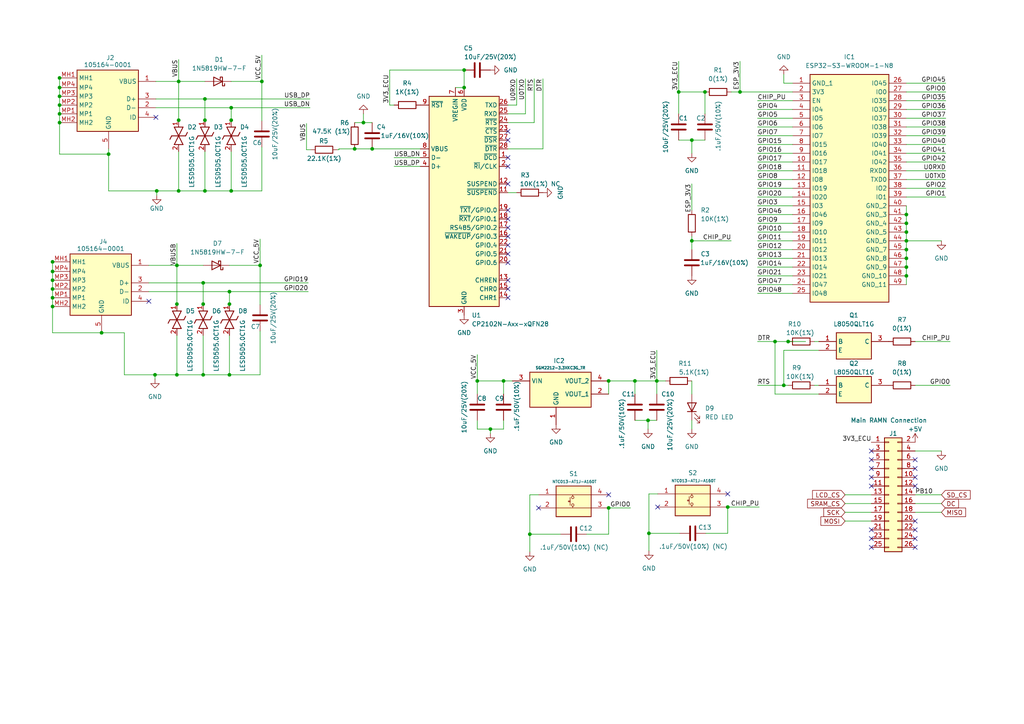
<source format=kicad_sch>
(kicad_sch (version 20230121) (generator eeschema)
  (paper "A4")
  (lib_symbols
    (symbol "Connector_Generic:Conn_02x13_Odd_Even" (pin_names (offset 1.016) hide)
      (property "Reference" "J" (at 1.27 17.78 0))
      (property "Value" "Conn_02x13_Odd_Even" (at 1.27 -17.78 0))
      (symbol "Conn_02x13_Odd_Even_1_1"
        (pin passive line (at -5.08 15.24 0) (length 3.81) (name "Pin_1") (number "1"))
        (pin passive line (at 7.62 5.08 180) (length 3.81) (name "Pin_10") (number "10"))
        (pin passive line (at -5.08 2.54 0) (length 3.81) (name "Pin_11") (number "11"))
        (pin passive line (at 7.62 2.54 180) (length 3.81) (name "Pin_12") (number "12"))
        (pin passive line (at -5.08 0 0) (length 3.81) (name "Pin_13") (number "13"))
        (pin passive line (at 7.62 0 180) (length 3.81) (name "Pin_14") (number "14"))
        (pin passive line (at -5.08 -2.54 0) (length 3.81) (name "Pin_15") (number "15"))
        (pin passive line (at 7.62 -2.54 180) (length 3.81) (name "Pin_16") (number "16"))
        (pin passive line (at -5.08 -5.08 0) (length 3.81) (name "Pin_17") (number "17"))
        (pin passive line (at 7.62 -5.08 180) (length 3.81) (name "Pin_18") (number "18"))
        (pin passive line (at -5.08 -7.62 0) (length 3.81) (name "Pin_19") (number "19"))
        (pin passive line (at 7.62 15.24 180) (length 3.81) (name "Pin_2") (number "2"))
        (pin passive line (at 7.62 -7.62 180) (length 3.81) (name "Pin_20") (number "20"))
        (pin passive line (at -5.08 -10.16 0) (length 3.81) (name "Pin_21") (number "21"))
        (pin passive line (at 7.62 -10.16 180) (length 3.81) (name "Pin_22") (number "22"))
        (pin passive line (at -5.08 -12.7 0) (length 3.81) (name "Pin_23") (number "23"))
        (pin passive line (at 7.62 -12.7 180) (length 3.81) (name "Pin_24") (number "24"))
        (pin passive line (at -5.08 -15.24 0) (length 3.81) (name "Pin_25") (number "25"))
        (pin passive line (at 7.62 -15.24 180) (length 3.81) (name "Pin_26") (number "26"))
        (pin passive line (at -5.08 12.7 0) (length 3.81) (name "Pin_3") (number "3"))
        (pin passive line (at 7.62 12.7 180) (length 3.81) (name "Pin_4") (number "4"))
        (pin passive line (at -5.08 10.16 0) (length 3.81) (name "Pin_5") (number "5"))
        (pin passive line (at 7.62 10.16 180) (length 3.81) (name "Pin_6") (number "6"))
        (pin passive line (at -5.08 7.62 0) (length 3.81) (name "Pin_7") (number "7"))
        (pin passive line (at 7.62 7.62 180) (length 3.81) (name "Pin_8") (number "8"))
        (pin passive line (at -5.08 5.08 0) (length 3.81) (name "Pin_9") (number "9"))
      )
    )
    (symbol "Device:C" (pin_numbers hide) (pin_names (offset 0.254))
      (property "Reference" "C" (at 0.635 2.54 0))
      (property "Value" "C" (at 0.635 -2.54 0))
      (symbol "C_1_1"
        (pin passive line (at 0 3.81 270) (length 2.794) (name "~") (number "1"))
        (pin passive line (at 0 -3.81 90) (length 2.794) (name "~") (number "2"))
      )
    )
    (symbol "Device:LED" (pin_numbers hide) (pin_names (offset 1.016) hide)
      (property "Reference" "D" (at 0 2.54 0))
      (property "Value" "LED" (at 0 -2.54 0))
      (symbol "LED_1_1"
        (pin passive line (at -3.81 0 0) (length 2.54) (name "K") (number "1"))
        (pin passive line (at 3.81 0 180) (length 2.54) (name "A") (number "2"))
      )
    )
    (symbol "Device:R" (pin_numbers hide) (pin_names (offset 0))
      (property "Reference" "R" (at 2.032 0 90))
      (property "Value" "R" (at 0 0 90))
      (symbol "R_1_1"
        (pin passive line (at 0 3.81 270) (length 1.27) (name "~") (number "1"))
        (pin passive line (at 0 -3.81 90) (length 1.27) (name "~") (number "2"))
      )
    )
    (symbol "Diode:1N5819" (pin_numbers hide) (pin_names (offset 1.016) hide)
      (property "Reference" "D" (at 0 2.54 0))
      (property "Value" "1N5819" (at 0 -2.54 0))
      (symbol "1N5819_1_1"
        (pin passive line (at -3.81 0 0) (length 2.54) (name "K") (number "1"))
        (pin passive line (at 3.81 0 180) (length 2.54) (name "A") (number "2"))
      )
    )
    (symbol "Interface_USB:CP2102N-Axx-xQFN28"
      (property "Reference" "U" (at -8.89 31.75 0))
      (property "Value" "CP2102N-Axx-xQFN28" (at 12.7 31.75 0))
      (symbol "CP2102N-Axx-xQFN28_1_1"
        (pin input line (at 12.7 12.7 180) (length 2.54) (name "~{DCD}") (number "1"))
        (pin no_connect line (at -10.16 -27.94 0) (length 2.54) hide (name "NC") (number "10"))
        (pin output line (at 12.7 2.54 180) (length 2.54) (name "~{SUSPEND}") (number "11"))
        (pin output line (at 12.7 5.08 180) (length 2.54) (name "SUSPEND") (number "12"))
        (pin output line (at 12.7 -22.86 180) (length 2.54) (name "CHREN") (number "13"))
        (pin output line (at 12.7 -27.94 180) (length 2.54) (name "CHR1") (number "14"))
        (pin output line (at 12.7 -25.4 180) (length 2.54) (name "CHR0") (number "15"))
        (pin bidirectional line (at 12.7 -10.16 180) (length 2.54) (name "~{WAKEUP}/GPIO.3") (number "16"))
        (pin bidirectional line (at 12.7 -7.62 180) (length 2.54) (name "RS485/GPIO.2") (number "17"))
        (pin bidirectional line (at 12.7 -5.08 180) (length 2.54) (name "~{RXT}/GPIO.1") (number "18"))
        (pin bidirectional line (at 12.7 -2.54 180) (length 2.54) (name "~{TXT}/GPIO.0") (number "19"))
        (pin bidirectional line (at 12.7 10.16 180) (length 2.54) (name "~{RI}/CLK") (number "2"))
        (pin bidirectional line (at 12.7 -17.78 180) (length 2.54) (name "GPIO.6") (number "20"))
        (pin bidirectional line (at 12.7 -15.24 180) (length 2.54) (name "GPIO.5") (number "21"))
        (pin bidirectional line (at 12.7 -12.7 180) (length 2.54) (name "GPIO.4") (number "22"))
        (pin input line (at 12.7 20.32 180) (length 2.54) (name "~{CTS}") (number "23"))
        (pin output line (at 12.7 22.86 180) (length 2.54) (name "~{RTS}") (number "24"))
        (pin input line (at 12.7 25.4 180) (length 2.54) (name "RXD") (number "25"))
        (pin output line (at 12.7 27.94 180) (length 2.54) (name "TXD") (number "26"))
        (pin input line (at 12.7 17.78 180) (length 2.54) (name "~{DSR}") (number "27"))
        (pin output line (at 12.7 15.24 180) (length 2.54) (name "~{DTR}") (number "28"))
        (pin passive line (at 0 -33.02 90) (length 2.54) hide (name "GND") (number "29"))
        (pin power_in line (at 0 -33.02 90) (length 2.54) (name "GND") (number "3"))
        (pin bidirectional line (at -12.7 10.16 0) (length 2.54) (name "D+") (number "4"))
        (pin bidirectional line (at -12.7 12.7 0) (length 2.54) (name "D-") (number "5"))
        (pin power_in line (at 0 33.02 270) (length 2.54) (name "VDD") (number "6"))
        (pin power_in line (at -2.54 33.02 270) (length 2.54) (name "VREGIN") (number "7"))
        (pin input line (at -12.7 15.24 0) (length 2.54) (name "VBUS") (number "8"))
        (pin input line (at -12.7 27.94 0) (length 2.54) (name "~{RST}") (number "9"))
      )
    )
    (symbol "LESD5D5.0CT1G_1" (pin_names hide)
      (property "Reference" "D2" (at 2 2.54 90))
      (property "Value" "LESD5D5.0CT1G" (at 4.54 3.81 0))
      (symbol "LESD5D5.0CT1G_1_1_1"
        (pin passive line (at 0 0 0) (length 2) (name "1") (number "1"))
        (pin passive line (at 9.08 0 180) (length 2) (name "2") (number "2"))
      )
    )
    (symbol "SamacSys_Parts:105164-0001"
      (property "Reference" "J4" (at 13.208 -18.796 0))
      (property "Value" "105164-0001" (at 13.97 -16.764 0))
      (symbol "105164-0001_1_1"
        (pin passive line (at 0 -11.938 0) (length 5.08) (name "VBUS") (number "1"))
        (pin passive line (at 0 -4.318 0) (length 5.08) (name "D-") (number "2"))
        (pin passive line (at 0 -6.858 0) (length 5.08) (name "D+") (number "3"))
        (pin passive line (at 0 -1.524 0) (length 5.08) (name "ID") (number "4"))
        (pin passive line (at 13.716 7.62 270) (length 5.08) (name "GND") (number "5"))
        (pin passive line (at 27.94 -12.954 180) (length 5.08) (name "MH1") (number "MH1"))
        (pin passive line (at 27.94 0 180) (length 5.08) (name "MH2") (number "MH2"))
        (pin passive line (at 27.94 -2.54 180) (length 5.08) (name "MP1") (number "MP1"))
        (pin passive line (at 27.94 -5.08 180) (length 5.08) (name "MP2") (number "MP2"))
        (pin passive line (at 27.94 -7.62 180) (length 5.08) (name "MP3") (number "MP3"))
        (pin passive line (at 27.94 -10.16 180) (length 5.08) (name "MP4") (number "MP4"))
      )
    )
    (symbol "SamacSys_Parts:ESP32-S3-WROOM-1-N8"
      (property "Reference" "IC" (at 29.21 7.62 0))
      (property "Value" "ESP32-S3-WROOM-1-N8" (at 29.21 5.08 0))
      (symbol "ESP32-S3-WROOM-1-N8_1_1"
        (pin passive line (at 0 0 0) (length 5.08) (name "GND_1") (number "1"))
        (pin passive line (at 0 -22.86 0) (length 5.08) (name "IO17") (number "10"))
        (pin passive line (at 0 -25.4 0) (length 5.08) (name "IO18") (number "11"))
        (pin passive line (at 0 -27.94 0) (length 5.08) (name "IO8") (number "12"))
        (pin passive line (at 0 -30.48 0) (length 5.08) (name "IO19") (number "13"))
        (pin passive line (at 0 -33.02 0) (length 5.08) (name "IO20") (number "14"))
        (pin passive line (at 0 -35.56 0) (length 5.08) (name "IO3") (number "15"))
        (pin passive line (at 0 -38.1 0) (length 5.08) (name "IO46") (number "16"))
        (pin passive line (at 0 -40.64 0) (length 5.08) (name "IO9") (number "17"))
        (pin passive line (at 0 -43.18 0) (length 5.08) (name "IO10") (number "18"))
        (pin passive line (at 0 -45.72 0) (length 5.08) (name "IO11") (number "19"))
        (pin passive line (at 0 -2.54 0) (length 5.08) (name "3V3") (number "2"))
        (pin passive line (at 0 -48.26 0) (length 5.08) (name "IO12") (number "20"))
        (pin passive line (at 0 -50.8 0) (length 5.08) (name "IO13") (number "21"))
        (pin passive line (at 0 -53.34 0) (length 5.08) (name "IO14") (number "22"))
        (pin passive line (at 0 -55.88 0) (length 5.08) (name "IO21") (number "23"))
        (pin passive line (at 0 -58.42 0) (length 5.08) (name "IO47") (number "24"))
        (pin passive line (at 0 -60.96 0) (length 5.08) (name "IO48") (number "25"))
        (pin passive line (at 33.02 0 180) (length 5.08) (name "IO45") (number "26"))
        (pin passive line (at 33.02 -2.54 180) (length 5.08) (name "IO0") (number "27"))
        (pin passive line (at 33.02 -5.08 180) (length 5.08) (name "IO35") (number "28"))
        (pin passive line (at 33.02 -7.62 180) (length 5.08) (name "IO36") (number "29"))
        (pin passive line (at 0 -5.08 0) (length 5.08) (name "EN") (number "3"))
        (pin passive line (at 33.02 -10.16 180) (length 5.08) (name "IO37") (number "30"))
        (pin passive line (at 33.02 -12.7 180) (length 5.08) (name "IO38") (number "31"))
        (pin passive line (at 33.02 -15.24 180) (length 5.08) (name "IO39") (number "32"))
        (pin passive line (at 33.02 -17.78 180) (length 5.08) (name "IO40") (number "33"))
        (pin passive line (at 33.02 -20.32 180) (length 5.08) (name "IO41") (number "34"))
        (pin passive line (at 33.02 -22.86 180) (length 5.08) (name "IO42") (number "35"))
        (pin passive line (at 33.02 -25.4 180) (length 5.08) (name "RXD0") (number "36"))
        (pin passive line (at 33.02 -27.94 180) (length 5.08) (name "TXD0") (number "37"))
        (pin passive line (at 33.02 -30.48 180) (length 5.08) (name "IO2") (number "38"))
        (pin passive line (at 33.02 -33.02 180) (length 5.08) (name "IO1") (number "39"))
        (pin passive line (at 0 -7.62 0) (length 5.08) (name "IO4") (number "4"))
        (pin passive line (at 33.02 -35.56 180) (length 5.08) (name "GND_2") (number "40"))
        (pin passive line (at 33.02 -38.1 180) (length 5.08) (name "GND_3") (number "41"))
        (pin passive line (at 33.02 -40.64 180) (length 5.08) (name "GND_4") (number "42"))
        (pin passive line (at 33.02 -43.18 180) (length 5.08) (name "GND_5") (number "43"))
        (pin passive line (at 33.02 -45.72 180) (length 5.08) (name "GND_6") (number "44"))
        (pin passive line (at 33.02 -48.26 180) (length 5.08) (name "GND_7") (number "45"))
        (pin passive line (at 33.02 -50.8 180) (length 5.08) (name "GND_8") (number "46"))
        (pin passive line (at 33.02 -53.34 180) (length 5.08) (name "GND_9") (number "47"))
        (pin passive line (at 33.02 -55.88 180) (length 5.08) (name "GND_10") (number "48"))
        (pin passive line (at 33.02 -58.42 180) (length 5.08) (name "GND_11") (number "49"))
        (pin passive line (at 0 -10.16 0) (length 5.08) (name "IO5") (number "5"))
        (pin passive line (at 0 -12.7 0) (length 5.08) (name "IO6") (number "6"))
        (pin passive line (at 0 -15.24 0) (length 5.08) (name "IO7") (number "7"))
        (pin passive line (at 0 -17.78 0) (length 5.08) (name "IO15") (number "8"))
        (pin passive line (at 0 -20.32 0) (length 5.08) (name "IO16") (number "9"))
      )
    )
    (symbol "SamacSys_Parts:L8050QLT1G"
      (property "Reference" "IC" (at 16.51 7.62 0))
      (property "Value" "L8050QLT1G" (at 16.51 5.08 0))
      (symbol "L8050QLT1G_1_1"
        (pin passive line (at 0 0 0) (length 5.08) (name "B") (number "1"))
        (pin passive line (at 0 -2.54 0) (length 5.08) (name "E") (number "2"))
        (pin passive line (at 20.32 0 180) (length 5.08) (name "C") (number "3"))
      )
    )
    (symbol "SamacSys_Parts:NTC013-AT1J-A160T"
      (property "Reference" "S1" (at 10.16 6.096 0))
      (property "Value" "NTC013-AT1J-A160T" (at 10.414 3.81 0))
      (symbol "NTC013-AT1J-A160T_1_1"
        (pin passive line (at 0 0 0) (length 5.08) (name "") (number "1"))
        (pin passive line (at 0 -3.81 0) (length 5.08) (name "") (number "2"))
        (pin passive line (at 20.32 -3.81 180) (length 5.08) (name "") (number "3"))
        (pin passive line (at 20.32 0 180) (length 5.08) (name "") (number "4"))
      )
    )
    (symbol "SamacSys_Parts:SGM2212-3.3XKC3G_TR"
      (property "Reference" "IC2" (at 13.574 5.8444 0))
      (property "Value" "SGM2212-3.3XKC3G_TR" (at 13.97 3.81 0))
      (symbol "SGM2212-3.3XKC3G_TR_1_1"
        (pin passive line (at 12.7 -12.7 90) (length 5.08) (name "GND") (number "1"))
        (pin passive line (at 27.94 -3.81 180) (length 5.08) (name "VOUT_1") (number "2"))
        (pin passive line (at 0 0 0) (length 5.08) (name "VIN") (number "3"))
        (pin passive line (at 27.94 0 180) (length 5.08) (name "VOUT_2") (number "4"))
      )
    )
    (symbol "power:+5V" (power) (pin_names (offset 0))
      (property "Value" "+5V" (at 0 3.556 0))
      (symbol "+5V_1_1"
        (pin power_in line (at 0 0 90) (length 0) hide (name "+5V") (number "1"))
      )
    )
    (symbol "power:GND" (power) (pin_names (offset 0))
      (property "Value" "GND" (at 0 -3.81 0))
      (symbol "GND_1_1"
        (pin power_in line (at 0 0 270) (length 0) hide (name "GND") (number "1"))
      )
    )
  )
  (junction (at 17.272 22.606))
  (junction (at 44.958 108.712))
  (junction (at 17.272 35.56))
  (junction (at 138.43 110.49))
  (junction (at 227.33 111.76))
  (junction (at 184.15 110.49))
  (junction (at 67.056 34.862))
  (junction (at 67.056 55.372))
  (junction (at 66.548 84.582))
  (junction (at 142.24 124.46))
  (junction (at 51.816 55.372))
  (junction (at 15.24 81.28))
  (junction (at 31.496 44.704))
  (junction (at 75.946 23.622))
  (junction (at 200.66 69.85))
  (junction (at 211.074 147.066))
  (junction (at 51.308 88.202))
  (junction (at 15.24 86.36))
  (junction (at 58.928 88.202))
  (junction (at 59.436 34.862))
  (junction (at 102.87 43.18))
  (junction (at 67.056 31.242))
  (junction (at 134.62 20.32))
  (junction (at 262.89 67.31))
  (junction (at 15.24 83.82))
  (junction (at 262.89 74.93))
  (junction (at 262.89 62.23))
  (junction (at 59.436 28.702))
  (junction (at 262.89 72.39))
  (junction (at 58.928 82.042))
  (junction (at 51.308 108.712))
  (junction (at 17.272 33.02))
  (junction (at 45.466 55.372))
  (junction (at 262.89 69.85))
  (junction (at 51.816 34.862))
  (junction (at 224.79 99.06))
  (junction (at 134.62 25.4))
  (junction (at 196.85 26.67))
  (junction (at 228.6 99.06))
  (junction (at 105.41 35.56))
  (junction (at 200.66 40.64))
  (junction (at 75.438 76.962))
  (junction (at 262.89 64.77))
  (junction (at 204.47 26.67))
  (junction (at 146.05 110.49))
  (junction (at 15.24 78.74))
  (junction (at 176.53 110.49))
  (junction (at 51.816 23.622))
  (junction (at 176.53 147.32))
  (junction (at 188.214 154.686))
  (junction (at 214.63 26.67))
  (junction (at 107.95 43.18))
  (junction (at 15.24 75.946))
  (junction (at 190.5 110.49))
  (junction (at 66.548 88.202))
  (junction (at 29.464 96.52))
  (junction (at 66.548 108.712))
  (junction (at 17.272 25.4))
  (junction (at 17.272 27.94))
  (junction (at 17.272 30.48))
  (junction (at 153.67 154.94))
  (junction (at 262.89 77.47))
  (junction (at 187.96 121.92))
  (junction (at 15.24 88.9))
  (junction (at 59.436 55.372))
  (junction (at 51.308 76.962))
  (junction (at 58.928 108.712))
  (junction (at 262.89 80.01))
  (no_connect (at 252.73 158.75))
  (no_connect (at 147.32 40.64))
  (no_connect (at 147.32 83.82))
  (no_connect (at 265.43 138.43))
  (no_connect (at 147.32 63.5))
  (no_connect (at 147.32 68.58))
  (no_connect (at 43.18 87.376))
  (no_connect (at 265.43 153.67))
  (no_connect (at 265.43 133.35))
  (no_connect (at 252.73 130.81))
  (no_connect (at 147.32 45.72))
  (no_connect (at 147.32 60.96))
  (no_connect (at 265.43 135.89))
  (no_connect (at 147.32 71.12))
  (no_connect (at 252.73 135.89))
  (no_connect (at 252.73 140.97))
  (no_connect (at 147.32 66.04))
  (no_connect (at 156.21 147.32))
  (no_connect (at 190.754 147.066))
  (no_connect (at 147.32 86.36))
  (no_connect (at 147.32 38.1))
  (no_connect (at 176.53 143.51))
  (no_connect (at 252.73 156.21))
  (no_connect (at 265.43 158.75))
  (no_connect (at 265.43 151.13))
  (no_connect (at 252.73 138.43))
  (no_connect (at 147.32 53.34))
  (no_connect (at 252.73 133.35))
  (no_connect (at 147.32 73.66))
  (no_connect (at 265.43 156.21))
  (no_connect (at 45.212 34.036))
  (no_connect (at 147.32 76.2))
  (no_connect (at 265.43 140.97))
  (no_connect (at 147.32 81.28))
  (no_connect (at 147.32 48.26))
  (no_connect (at 252.73 153.67))
  (no_connect (at 211.074 143.256))
  (wire (pts (xy 262.89 80.01) (xy 262.89 82.55)))
  (wire (pts (xy 157.48 43.18) (xy 147.32 43.18)))
  (wire (pts (xy 188.214 143.256) (xy 190.754 143.256)))
  (wire (pts (xy 262.89 57.15) (xy 274.32 57.15)))
  (wire (pts (xy 152.4 33.02) (xy 147.32 33.02)))
  (wire (pts (xy 245.11 151.13) (xy 252.73 151.13)))
  (wire (pts (xy 262.89 72.39) (xy 262.89 69.85)))
  (wire (pts (xy 146.05 110.49) (xy 146.05 114.3)))
  (wire (pts (xy 219.71 54.61) (xy 229.87 54.61)))
  (wire (pts (xy 176.53 154.94) (xy 170.18 154.94)))
  (wire (pts (xy 224.79 99.06) (xy 224.79 114.3)))
  (wire (pts (xy 58.928 108.712) (xy 66.548 108.712)))
  (wire (pts (xy 224.79 114.3) (xy 237.49 114.3)))
  (wire (pts (xy 219.71 36.83) (xy 229.87 36.83)))
  (wire (pts (xy 45.212 31.242) (xy 67.056 31.242)))
  (wire (pts (xy 15.24 88.9) (xy 15.24 96.52)))
  (wire (pts (xy 176.53 110.49) (xy 176.53 114.3)))
  (wire (pts (xy 262.89 34.29) (xy 274.32 34.29)))
  (wire (pts (xy 190.5 110.49) (xy 193.04 110.49)))
  (wire (pts (xy 97.79 43.434) (xy 98.298 43.434)))
  (wire (pts (xy 262.89 39.37) (xy 274.32 39.37)))
  (wire (pts (xy 219.71 62.23) (xy 229.87 62.23)))
  (wire (pts (xy 154.94 35.56) (xy 147.32 35.56)))
  (wire (pts (xy 262.89 52.07) (xy 274.32 52.07)))
  (wire (pts (xy 113.03 30.48) (xy 114.3 30.48)))
  (wire (pts (xy 66.548 88.202) (xy 66.548 88.392)))
  (wire (pts (xy 188.214 159.766) (xy 188.214 154.686)))
  (wire (pts (xy 265.43 148.59) (xy 273.05 148.59)))
  (wire (pts (xy 200.66 114.3) (xy 200.66 110.49)))
  (wire (pts (xy 51.816 23.622) (xy 51.816 34.862)))
  (wire (pts (xy 67.056 31.242) (xy 67.056 34.862)))
  (wire (pts (xy 187.96 121.92) (xy 190.5 121.92)))
  (wire (pts (xy 17.272 30.48) (xy 17.272 33.02)))
  (wire (pts (xy 219.71 57.15) (xy 229.87 57.15)))
  (wire (pts (xy 51.816 23.622) (xy 59.436 23.622)))
  (wire (pts (xy 233.68 99.06) (xy 228.6 99.06)))
  (wire (pts (xy 17.272 22.606) (xy 17.272 25.4)))
  (wire (pts (xy 17.272 22.352) (xy 17.272 22.606)))
  (wire (pts (xy 190.5 101.6) (xy 190.5 110.49)))
  (wire (pts (xy 67.056 55.372) (xy 75.946 55.372)))
  (wire (pts (xy 219.71 111.76) (xy 227.33 111.76)))
  (wire (pts (xy 51.816 34.862) (xy 51.816 35.052)))
  (wire (pts (xy 153.67 154.94) (xy 162.56 154.94)))
  (wire (pts (xy 45.466 55.372) (xy 51.816 55.372)))
  (wire (pts (xy 200.66 69.85) (xy 212.09 69.85)))
  (wire (pts (xy 29.464 96.52) (xy 15.24 96.52)))
  (wire (pts (xy 265.43 99.06) (xy 275.59 99.06)))
  (wire (pts (xy 196.85 17.78) (xy 196.85 26.67)))
  (wire (pts (xy 138.43 102.87) (xy 138.43 110.49)))
  (wire (pts (xy 147.32 55.88) (xy 149.86 55.88)))
  (wire (pts (xy 142.24 125.73) (xy 142.24 124.46)))
  (wire (pts (xy 224.79 99.06) (xy 228.6 99.06)))
  (wire (pts (xy 219.71 82.55) (xy 229.87 82.55)))
  (wire (pts (xy 190.5 110.49) (xy 184.15 110.49)))
  (wire (pts (xy 219.71 59.69) (xy 229.87 59.69)))
  (wire (pts (xy 219.71 44.45) (xy 229.87 44.45)))
  (wire (pts (xy 36.068 96.52) (xy 36.068 108.712)))
  (wire (pts (xy 265.43 130.81) (xy 273.05 130.81)))
  (wire (pts (xy 245.11 143.51) (xy 252.73 143.51)))
  (wire (pts (xy 262.89 31.75) (xy 274.32 31.75)))
  (wire (pts (xy 51.816 55.372) (xy 59.436 55.372)))
  (wire (pts (xy 17.272 27.94) (xy 17.272 30.48)))
  (wire (pts (xy 102.87 35.56) (xy 105.41 35.56)))
  (wire (pts (xy 219.71 77.47) (xy 229.87 77.47)))
  (wire (pts (xy 262.89 44.45) (xy 274.32 44.45)))
  (wire (pts (xy 58.928 82.042) (xy 58.928 88.202)))
  (wire (pts (xy 188.214 154.686) (xy 197.104 154.686)))
  (wire (pts (xy 152.4 22.86) (xy 152.4 33.02)))
  (wire (pts (xy 146.05 124.46) (xy 146.05 121.92)))
  (wire (pts (xy 51.816 43.942) (xy 51.816 55.372)))
  (wire (pts (xy 67.056 34.862) (xy 67.056 35.052)))
  (wire (pts (xy 227.33 111.76) (xy 227.33 101.6)))
  (wire (pts (xy 105.41 35.56) (xy 107.95 35.56)))
  (wire (pts (xy 43.18 84.582) (xy 66.548 84.582)))
  (wire (pts (xy 142.24 124.46) (xy 146.05 124.46)))
  (wire (pts (xy 219.71 41.91) (xy 229.87 41.91)))
  (wire (pts (xy 15.24 81.28) (xy 15.24 83.82)))
  (wire (pts (xy 45.212 23.622) (xy 51.816 23.622)))
  (wire (pts (xy 51.308 88.202) (xy 51.308 88.392)))
  (wire (pts (xy 15.24 75.946) (xy 15.24 78.74)))
  (wire (pts (xy 58.928 97.282) (xy 58.928 108.712)))
  (wire (pts (xy 262.89 29.21) (xy 274.32 29.21)))
  (wire (pts (xy 15.24 78.74) (xy 15.24 81.28)))
  (wire (pts (xy 36.068 108.712) (xy 44.958 108.712)))
  (wire (pts (xy 138.43 110.49) (xy 146.05 110.49)))
  (wire (pts (xy 200.66 40.64) (xy 204.47 40.64)))
  (wire (pts (xy 262.89 69.85) (xy 273.05 69.85)))
  (wire (pts (xy 132.08 25.4) (xy 134.62 25.4)))
  (wire (pts (xy 105.41 33.02) (xy 105.41 35.56)))
  (wire (pts (xy 44.958 108.712) (xy 44.958 109.982)))
  (wire (pts (xy 211.074 147.066) (xy 220.218 147.066)))
  (wire (pts (xy 17.272 44.704) (xy 31.496 44.704)))
  (wire (pts (xy 31.496 43.18) (xy 31.496 44.704)))
  (wire (pts (xy 196.85 26.67) (xy 196.85 33.02)))
  (wire (pts (xy 67.056 31.242) (xy 89.916 31.242)))
  (wire (pts (xy 200.66 40.64) (xy 200.66 44.45)))
  (wire (pts (xy 262.89 74.93) (xy 262.89 77.47)))
  (wire (pts (xy 75.946 16.002) (xy 75.946 23.622)))
  (wire (pts (xy 262.89 46.99) (xy 274.32 46.99)))
  (wire (pts (xy 262.89 24.13) (xy 274.32 24.13)))
  (wire (pts (xy 187.96 121.92) (xy 187.96 124.46)))
  (wire (pts (xy 245.11 146.05) (xy 252.73 146.05)))
  (wire (pts (xy 200.66 124.46) (xy 200.66 121.92)))
  (wire (pts (xy 138.43 124.46) (xy 138.43 121.92)))
  (wire (pts (xy 265.43 111.76) (xy 275.59 111.76)))
  (wire (pts (xy 262.89 64.77) (xy 262.89 62.23)))
  (wire (pts (xy 59.436 34.862) (xy 59.436 35.052)))
  (wire (pts (xy 138.43 114.3) (xy 138.43 110.49)))
  (wire (pts (xy 219.71 99.06) (xy 224.79 99.06)))
  (wire (pts (xy 107.95 43.18) (xy 121.92 43.18)))
  (wire (pts (xy 29.464 96.52) (xy 36.068 96.52)))
  (wire (pts (xy 51.816 17.272) (xy 51.816 23.622)))
  (wire (pts (xy 58.928 88.202) (xy 58.928 88.392)))
  (wire (pts (xy 113.03 20.32) (xy 134.62 20.32)))
  (wire (pts (xy 262.89 77.47) (xy 262.89 80.01)))
  (wire (pts (xy 176.53 110.49) (xy 184.15 110.49)))
  (wire (pts (xy 219.71 46.99) (xy 229.87 46.99)))
  (wire (pts (xy 114.3 48.26) (xy 121.92 48.26)))
  (wire (pts (xy 67.056 43.942) (xy 67.056 55.372)))
  (wire (pts (xy 262.89 69.85) (xy 262.89 67.31)))
  (wire (pts (xy 219.71 29.21) (xy 229.87 29.21)))
  (wire (pts (xy 227.33 24.13) (xy 227.33 21.59)))
  (wire (pts (xy 75.438 76.962) (xy 75.438 88.392)))
  (wire (pts (xy 45.466 55.372) (xy 45.466 56.642)))
  (wire (pts (xy 219.71 31.75) (xy 229.87 31.75)))
  (wire (pts (xy 102.87 43.18) (xy 107.95 43.18)))
  (wire (pts (xy 66.548 84.582) (xy 66.548 88.202)))
  (wire (pts (xy 262.89 54.61) (xy 274.32 54.61)))
  (wire (pts (xy 219.71 74.93) (xy 229.87 74.93)))
  (wire (pts (xy 219.71 72.39) (xy 229.87 72.39)))
  (wire (pts (xy 66.548 76.962) (xy 75.438 76.962)))
  (wire (pts (xy 219.71 80.01) (xy 229.87 80.01)))
  (wire (pts (xy 59.436 43.942) (xy 59.436 55.372)))
  (wire (pts (xy 236.22 99.06) (xy 237.49 99.06)))
  (wire (pts (xy 149.86 22.86) (xy 149.86 30.48)))
  (wire (pts (xy 51.308 76.962) (xy 58.928 76.962)))
  (wire (pts (xy 15.24 83.82) (xy 15.24 86.36)))
  (wire (pts (xy 59.436 28.702) (xy 59.436 34.862)))
  (wire (pts (xy 184.15 110.49) (xy 184.15 114.3)))
  (wire (pts (xy 58.928 82.042) (xy 89.408 82.042)))
  (wire (pts (xy 75.438 108.712) (xy 75.438 96.012)))
  (wire (pts (xy 17.272 25.4) (xy 17.272 27.94)))
  (wire (pts (xy 43.18 76.962) (xy 51.308 76.962)))
  (wire (pts (xy 17.272 35.56) (xy 17.272 44.704)))
  (wire (pts (xy 51.308 97.282) (xy 51.308 108.712)))
  (wire (pts (xy 227.33 101.6) (xy 237.49 101.6)))
  (wire (pts (xy 31.496 44.704) (xy 31.496 55.372)))
  (wire (pts (xy 176.53 147.32) (xy 182.88 147.32)))
  (wire (pts (xy 138.43 124.46) (xy 142.24 124.46)))
  (wire (pts (xy 184.15 121.92) (xy 187.96 121.92)))
  (wire (pts (xy 190.5 114.3) (xy 190.5 110.49)))
  (wire (pts (xy 219.71 64.77) (xy 229.87 64.77)))
  (wire (pts (xy 204.47 26.67) (xy 204.47 33.02)))
  (wire (pts (xy 149.86 30.48) (xy 147.32 30.48)))
  (wire (pts (xy 229.87 24.13) (xy 227.33 24.13)))
  (wire (pts (xy 227.33 111.76) (xy 228.6 111.76)))
  (wire (pts (xy 262.89 26.67) (xy 274.32 26.67)))
  (wire (pts (xy 88.9 43.434) (xy 90.17 43.434)))
  (wire (pts (xy 51.308 70.612) (xy 51.308 76.962)))
  (wire (pts (xy 114.3 45.72) (xy 121.92 45.72)))
  (wire (pts (xy 66.548 84.582) (xy 89.408 84.582)))
  (wire (pts (xy 262.89 62.23) (xy 262.89 59.69)))
  (wire (pts (xy 265.43 146.05) (xy 273.05 146.05)))
  (wire (pts (xy 176.53 147.32) (xy 176.53 154.94)))
  (wire (pts (xy 245.11 148.59) (xy 252.73 148.59)))
  (wire (pts (xy 262.89 49.53) (xy 274.32 49.53)))
  (wire (pts (xy 188.214 154.686) (xy 188.214 143.256)))
  (wire (pts (xy 134.62 20.32) (xy 134.62 25.4)))
  (wire (pts (xy 211.074 147.066) (xy 211.074 154.686)))
  (wire (pts (xy 98.298 43.18) (xy 102.87 43.18)))
  (wire (pts (xy 15.24 75.692) (xy 15.24 75.946)))
  (wire (pts (xy 75.438 69.342) (xy 75.438 76.962)))
  (wire (pts (xy 153.67 143.51) (xy 156.21 143.51)))
  (wire (pts (xy 214.63 26.67) (xy 229.87 26.67)))
  (wire (pts (xy 51.308 76.962) (xy 51.308 88.202)))
  (wire (pts (xy 196.85 40.64) (xy 200.66 40.64)))
  (wire (pts (xy 211.074 154.686) (xy 204.724 154.686)))
  (wire (pts (xy 262.89 67.31) (xy 262.89 64.77)))
  (wire (pts (xy 200.66 69.85) (xy 200.66 72.39)))
  (wire (pts (xy 236.22 111.76) (xy 237.49 111.76)))
  (wire (pts (xy 66.548 108.712) (xy 75.438 108.712)))
  (wire (pts (xy 17.272 33.02) (xy 17.272 35.56)))
  (wire (pts (xy 153.67 154.94) (xy 153.67 143.51)))
  (wire (pts (xy 45.212 28.702) (xy 59.436 28.702)))
  (wire (pts (xy 113.03 20.32) (xy 113.03 30.48)))
  (wire (pts (xy 219.71 85.09) (xy 229.87 85.09)))
  (wire (pts (xy 200.66 53.34) (xy 200.66 60.96)))
  (wire (pts (xy 15.24 86.36) (xy 15.24 88.9)))
  (wire (pts (xy 153.67 160.02) (xy 153.67 154.94)))
  (wire (pts (xy 212.09 26.67) (xy 214.63 26.67)))
  (wire (pts (xy 51.308 108.712) (xy 58.928 108.712)))
  (wire (pts (xy 43.18 82.042) (xy 58.928 82.042)))
  (wire (pts (xy 67.056 23.622) (xy 75.946 23.622)))
  (wire (pts (xy 88.9 35.814) (xy 88.9 43.434)))
  (wire (pts (xy 59.436 28.702) (xy 89.916 28.702)))
  (wire (pts (xy 200.66 68.58) (xy 200.66 69.85)))
  (wire (pts (xy 66.548 97.282) (xy 66.548 108.712)))
  (wire (pts (xy 219.71 52.07) (xy 229.87 52.07)))
  (wire (pts (xy 44.958 108.712) (xy 51.308 108.712)))
  (wire (pts (xy 219.71 39.37) (xy 229.87 39.37)))
  (wire (pts (xy 262.89 36.83) (xy 274.32 36.83)))
  (wire (pts (xy 157.48 22.86) (xy 157.48 43.18)))
  (wire (pts (xy 148.59 110.49) (xy 146.05 110.49)))
  (wire (pts (xy 265.43 143.51) (xy 273.05 143.51)))
  (wire (pts (xy 219.71 67.31) (xy 229.87 67.31)))
  (wire (pts (xy 59.436 55.372) (xy 67.056 55.372)))
  (wire (pts (xy 196.85 26.67) (xy 204.47 26.67)))
  (wire (pts (xy 154.94 22.86) (xy 154.94 35.56)))
  (wire (pts (xy 219.71 49.53) (xy 229.87 49.53)))
  (wire (pts (xy 262.89 72.39) (xy 262.89 74.93)))
  (wire (pts (xy 262.89 41.91) (xy 274.32 41.91)))
  (wire (pts (xy 75.946 55.372) (xy 75.946 42.672)))
  (wire (pts (xy 98.298 43.434) (xy 98.298 43.18)))
  (wire (pts (xy 75.946 23.622) (xy 75.946 35.052)))
  (wire (pts (xy 31.496 55.372) (xy 45.466 55.372)))
  (wire (pts (xy 219.71 34.29) (xy 229.87 34.29)))
  (wire (pts (xy 219.71 69.85) (xy 229.87 69.85)))
  (wire (pts (xy 214.63 17.78) (xy 214.63 26.67)))
  (label "GPIO3" (at 219.71 59.69 0))
  (label "VBUS" (at 51.816 17.272 270))
  (label "GPIO36" (at 274.32 31.75 180))
  (label "USB_DP" (at 114.3 48.26 0))
  (label "RTS" (at 154.94 22.86 270))
  (label "GPIO1" (at 274.32 57.15 180))
  (label "GPIO47" (at 219.71 82.55 0))
  (label "GPIO8" (at 219.71 52.07 0))
  (label "DTR" (at 219.71 99.06 0))
  (label "VBUS" (at 88.9 35.814 270))
  (label "GPIO37" (at 274.32 34.29 180))
  (label "GPIO10" (at 219.71 67.31 0))
  (label "GPIO4" (at 219.71 31.75 0))
  (label "GPIO15" (at 219.71 41.91 0))
  (label "GPIO42" (at 274.32 46.99 180))
  (label "3V3_ECU" (at 113.03 21.59 270))
  (label "GPIO18" (at 219.71 49.53 0))
  (label "CHIP_PU" (at 212.09 69.85 180))
  (label "U0TXD" (at 274.32 52.07 180))
  (label "GPIO13" (at 219.71 74.93 0))
  (label "GPIO38" (at 274.32 36.83 180))
  (label "GPIO0" (at 182.88 147.32 180))
  (label "3V3_ECU" (at 196.85 17.78 270))
  (label "GPIO14" (at 219.71 77.47 0))
  (label "VCC_5V" (at 75.438 69.342 270))
  (label "GPIO21" (at 219.71 80.01 0))
  (label "3V3_ECU" (at 252.73 128.27 180))
  (label "GPIO11" (at 219.71 69.85 0))
  (label "3V3_ECU" (at 190.5 101.6 270))
  (label "CHIP_PU" (at 219.71 29.21 0))
  (label "GPIO5" (at 219.71 34.29 0))
  (label "GPIO9" (at 219.71 64.77 0))
  (label "USB_DP" (at 89.916 28.702 180))
  (label "GPIO48" (at 219.71 85.09 0))
  (label "VBUSB" (at 51.308 70.612 270))
  (label "GPIO41" (at 274.32 44.45 180))
  (label "GPIO46" (at 219.71 62.23 0))
  (label "USB_DN" (at 114.3 45.72 0))
  (label "GPIO45" (at 274.32 24.13 180))
  (label "GPIO6" (at 219.71 36.83 0))
  (label "GPIO12" (at 219.71 72.39 0))
  (label "U0RXD" (at 149.86 22.86 270))
  (label "GPIO20" (at 89.408 84.582 180))
  (label "ESP_3V3" (at 200.66 53.34 270))
  (label "GPIO16" (at 219.71 44.45 0))
  (label "VCC_5V" (at 138.43 102.87 270))
  (label "GPIO17" (at 219.71 46.99 0))
  (label "PB10" (at 265.43 143.51 0))
  (label "U0TXD" (at 152.4 22.86 270))
  (label "GPIO20" (at 219.71 57.15 0))
  (label "GPIO19" (at 219.71 54.61 0))
  (label "CHIP_PU" (at 275.59 99.06 180))
  (label "GPIO0" (at 274.32 26.67 180))
  (label "DTR" (at 157.48 22.86 270))
  (label "GPIO0" (at 275.59 111.76 180))
  (label "ESP_3V3" (at 214.63 17.78 270))
  (label "U0RXD" (at 274.32 49.53 180))
  (label "GPIO35" (at 274.32 29.21 180))
  (label "RTS" (at 219.71 111.76 0))
  (label "CHIP_PU" (at 220.218 147.066 180))
  (label "VCC_5V" (at 75.946 16.002 270))
  (label "GPIO2" (at 274.32 54.61 180))
  (label "GPIO40" (at 274.32 41.91 180))
  (label "GPIO7" (at 219.71 39.37 0))
  (label "USB_DN" (at 89.916 31.242 180))
  (label "GPIO39" (at 274.32 39.37 180))
  (label "GPIO19" (at 89.408 82.042 180))
  (global_label "MISO" (shape input) (at 273.05 148.59 0) (property "Intersheetrefs" "${INTERSHEET_REFS}" (effects hide)))
  (global_label "SD_CS" (shape input) (at 273.05 143.51 0) (property "Intersheetrefs" "${INTERSHEET_REFS}" (effects hide)))
  (global_label "SCK" (shape input) (at 245.11 148.59 180) (property "Intersheetrefs" "${INTERSHEET_REFS}" (effects hide)))
  (global_label "SRAM_CS" (shape input) (at 245.11 146.05 180) (property "Intersheetrefs" "${INTERSHEET_REFS}" (effects hide)))
  (global_label "MOSI" (shape input) (at 245.11 151.13 180) (property "Intersheetrefs" "${INTERSHEET_REFS}" (effects hide)))
  (global_label "DC" (shape input) (at 273.05 146.05 0) (property "Intersheetrefs" "${INTERSHEET_REFS}" (effects hide)))
  (global_label "LCD_CS" (shape input) (at 245.11 143.51 180) (property "Intersheetrefs" "${INTERSHEET_REFS}" (effects hide)))
  (symbol (lib_id "Device:C") (at 200.914 154.686 270) (unit 1)
    (property "Reference" "C13" (at 202.4986 152.9633 90) (effects (justify left)))
    (property "Value" ".1uF/50V(10%) (NC)" (at 211.074 158.496 90) (effects (justify right)))
    (property "Footprint" "Capacitor_SMD:C_0402_1005Metric" (effects hide))
  )
  (symbol (lib_id "power:GND") (at 187.96 124.46 0) (unit 1)
    (property "Reference" "#PWR015" (effects hide))
    (property "Value" "GND" (at 187.96 129.54 0))
  )
  (symbol (lib_id "power:GND") (at 188.214 159.766 0) (unit 1)
    (property "Reference" "#PWR018" (effects hide))
    (property "Value" "GND" (at 188.214 164.846 0))
  )
  (symbol (lib_id "Connector_Generic:Conn_02x13_Odd_Even") (at 257.81 143.51 0) (unit 1)
    (property "Reference" "J1" (at 259.08 125.73 0))
    (property "Value" "Main RAMN Connection" (at 257.81 121.92 0))
    (property "Footprint" "Connector_PinHeader_2.54mm:PinHeader_2x13_P2.54mm_Vertical" (effects hide))
  )
  (symbol (lib_id "Device:C") (at 146.05 118.11 0) (unit 1)
    (property "Reference" "C9" (at 143.51 115.57 0) (effects (justify left)))
    (property "Value" ".1uF/50V(10%)" (at 149.86 110.49 90) (effects (justify right)))
    (property "Footprint" "Capacitor_SMD:C_0402_1005Metric" (effects hide))
  )
  (symbol (lib_name "LESD5D5.0CT1G_1") (lib_id "SamacSys_Parts:LESD5D5.0CT1G") (at 67.056 34.862 270) (unit 1)
    (property "Reference" "D4" (at 69.596 36.862 90) (effects (justify left)))
    (property "Value" "LESD5D5.0CT1G" (at 70.866 39.402 0) (effects (justify left)))
    (property "Footprint" "SamacSys_Parts:LESD5D50CT1G" (effects hide))
    (property "Height" "0.7" (effects hide))
    (property "Manufacturer_Name" "LRC" (effects hide))
    (property "Manufacturer_Part_Number" "LESD5D5.0CT1G" (effects hide))
  )
  (symbol (lib_id "Device:C") (at 107.95 39.37 0) (unit 1)
    (property "Reference" "C4" (at 109.22 36.83 0) (effects (justify left)))
    (property "Value" "1uF/16V(10%)" (at 124.46 39.37 0) (effects (justify right)))
    (property "Footprint" "Capacitor_SMD:C_0402_1005Metric" (effects hide))
  )
  (symbol (lib_id "power:GND") (at 200.66 44.45 0) (unit 1)
    (property "Reference" "#PWR05" (effects hide))
    (property "Value" "GND" (at 200.66 49.53 0))
  )
  (symbol (lib_id "power:GND") (at 273.05 69.85 0) (unit 1)
    (property "Reference" "#PWR03" (effects hide))
    (property "Value" "GND" (at 273.05 74.93 0))
  )
  (symbol (lib_id "power:GND") (at 200.66 124.46 0) (unit 1)
    (property "Reference" "#PWR016" (effects hide))
    (property "Value" "GND" (at 200.66 129.54 0))
  )
  (symbol (lib_name "LESD5D5.0CT1G_1") (lib_id "SamacSys_Parts:LESD5D5.0CT1G") (at 66.548 88.202 270) (unit 1)
    (property "Reference" "D8" (at 69.088 90.202 90) (effects (justify left)))
    (property "Value" "LESD5D5.0CT1G" (at 70.358 92.742 0) (effects (justify left)))
    (property "Footprint" "SamacSys_Parts:LESD5D50CT1G" (effects hide))
    (property "Height" "0.7" (effects hide))
    (property "Manufacturer_Name" "LRC" (effects hide))
    (property "Manufacturer_Part_Number" "LESD5D5.0CT1G" (effects hide))
  )
  (symbol (lib_name "LESD5D5.0CT1G_1") (lib_id "SamacSys_Parts:LESD5D5.0CT1G") (at 51.816 34.862 270) (unit 1)
    (property "Reference" "D2" (at 54.356 36.862 90) (effects (justify left)))
    (property "Value" "LESD5D5.0CT1G" (at 55.626 39.402 0) (effects (justify left)))
    (property "Footprint" "SamacSys_Parts:LESD5D50CT1G" (effects hide))
    (property "Height" "0.7" (effects hide))
    (property "Manufacturer_Name" "LRC" (effects hide))
    (property "Manufacturer_Part_Number" "LESD5D5.0CT1G" (effects hide))
  )
  (symbol (lib_id "Device:C") (at 138.43 20.32 90) (unit 1)
    (property "Reference" "C5" (at 137.16 13.97 90) (effects (justify left)))
    (property "Value" "10uF/25V(20%)" (at 149.86 16.51 90) (effects (justify left)))
    (property "Footprint" "Capacitor_SMD:C_0402_1005Metric" (effects hide))
  )
  (symbol (lib_id "power:GND") (at 227.33 21.59 180) (unit 1)
    (property "Reference" "#PWR04" (effects hide))
    (property "Value" "GND" (at 227.33 16.51 0))
  )
  (symbol (lib_id "SamacSys_Parts:L8050QLT1G") (at 237.49 111.76 0) (unit 1)
    (property "Reference" "Q2" (at 247.65 105.41 0))
    (property "Value" "L8050QLT1G" (at 247.65 107.95 0))
    (property "Footprint" "SamacSys_Parts:L8050QLT1G" (effects hide))
    (property "Datasheet" "https://datasheet.datasheetarchive.com/originals/distributors/Datasheets-28/DSA-558356.pdf" (effects hide))
    (property "Height" "1.11" (effects hide))
    (property "Manufacturer_Name" "LRC" (effects hide))
    (property "Manufacturer_Part_Number" "L8050QLT1G" (effects hide))
  )
  (symbol (lib_id "power:GND") (at 157.48 55.88 90) (unit 1)
    (property "Reference" "#PWR07" (effects hide))
    (property "Value" "GND" (at 162.56 55.88 0))
  )
  (symbol (lib_id "Device:C") (at 75.438 92.202 180) (unit 1)
    (property "Reference" "C7" (at 75.438 94.742 0) (effects (justify left)))
    (property "Value" "10uF/25V(20%)" (at 79.248 84.582 90) (effects (justify left)))
    (property "Footprint" "Capacitor_SMD:C_0402_1005Metric" (effects hide))
  )
  (symbol (lib_id "SamacSys_Parts:NTC013-AT1J-A160T") (at 156.21 143.51 0) (unit 1)
    (property "Reference" "S1" (at 166.37 137.414 0))
    (property "Value" "NTC013-AT1J-A160T" (at 166.624 139.7 0) (effects (font (size 0.8 0.8))))
    (property "Footprint" "SamacSys_Parts:NTC013AT1JA160T" (effects hide))
    (property "Datasheet" "https://www.nh-technology.de/T-Mec/PDF/Series_TC/NTC013.pdf" (effects hide))
    (property "Height" "2.7" (effects hide))
    (property "Manufacturer_Name" "N&H Technology" (effects hide))
    (property "Manufacturer_Part_Number" "NTC013-AT1J-A160T" (effects hide))
  )
  (symbol (lib_id "power:GND") (at 105.41 33.02 180) (unit 1)
    (property "Reference" "#PWR08" (effects hide))
    (property "Value" "GND" (at 105.41 27.94 0))
  )
  (symbol (lib_id "Device:C") (at 190.5 118.11 0) (unit 1)
    (property "Reference" "C10" (at 191.77 114.3 0) (effects (justify left)))
    (property "Value" "10uF/25V(20%)" (at 194.31 130.81 90) (effects (justify left)))
    (property "Footprint" "Capacitor_SMD:C_0402_1005Metric" (effects hide))
  )
  (symbol (lib_id "Device:R") (at 261.62 111.76 90) (unit 1)
    (property "Reference" "R8" (at 261.62 105.41 90))
    (property "Value" "0(1%)" (at 261.62 107.95 90))
    (property "Footprint" "Resistor_SMD:R_0402_1005Metric" (effects hide))
  )
  (symbol (lib_id "SamacSys_Parts:105164-0001") (at 45.212 35.56 180) (unit 1)
    (property "Reference" "J2" (at 32.004 16.764 0))
    (property "Value" "105164-0001" (at 31.242 18.796 0))
    (property "Footprint" "1051640001" (effects hide))
    (property "Datasheet" "https://www.molex.com/pdm_docs/sd/1051640001_sd.pdf" (effects hide))
    (property "Height" "2.7" (effects hide))
    (property "Manufacturer_Name" "Molex" (effects hide))
    (property "Manufacturer_Part_Number" "105164-0001" (effects hide))
    (property "Mouser Part Number" "538-105164-0001" (effects hide))
    (property "Mouser Price/Stock" "https://www.mouser.co.uk/ProductDetail/Molex/105164-0001?qs=JAwGc6FMfvtRY4SkW%2FoGcQ%3D%3D" (effects hide))
  )
  (symbol (lib_id "Device:R") (at 93.98 43.434 270) (unit 1)
    (property "Reference" "R5" (at 95.25 40.894 90) (effects (justify right)))
    (property "Value" "22.1K(1%)" (at 99.06 45.974 90) (effects (justify right)))
    (property "Footprint" "Resistor_SMD:R_0402_1005Metric" (effects hide))
  )
  (symbol (lib_id "Device:C") (at 196.85 36.83 0) (unit 1)
    (property "Reference" "C1" (at 196.85 34.29 0) (effects (justify left)))
    (property "Value" "10uF/25V(20%)" (at 193.04 44.45 90) (effects (justify left)))
    (property "Footprint" "Capacitor_SMD:C_0402_1005Metric" (effects hide))
  )
  (symbol (lib_id "power:GND") (at 161.29 123.19 0) (unit 1)
    (property "Reference" "#PWR014" (effects hide))
    (property "Value" "GND" (at 161.29 128.27 0))
  )
  (symbol (lib_id "Device:C") (at 200.66 76.2 0) (unit 1)
    (property "Reference" "C3" (at 203.2 73.66 0) (effects (justify left)))
    (property "Value" "1uF/16V(10%)" (at 217.17 76.2 0) (effects (justify right)))
    (property "Footprint" "Capacitor_SMD:C_0402_1005Metric" (effects hide))
  )
  (symbol (lib_id "SamacSys_Parts:L8050QLT1G") (at 237.49 99.06 0) (unit 1)
    (property "Reference" "Q1" (at 247.65 91.44 0))
    (property "Value" "L8050QLT1G" (at 247.65 93.98 0))
    (property "Footprint" "SamacSys_Parts:L8050QLT1G" (effects hide))
    (property "Datasheet" "https://datasheet.datasheetarchive.com/originals/distributors/Datasheets-28/DSA-558356.pdf" (effects hide))
    (property "Height" "1.11" (effects hide))
    (property "Manufacturer_Name" "LRC" (effects hide))
    (property "Manufacturer_Part_Number" "L8050QLT1G" (effects hide))
  )
  (symbol (lib_id "SamacSys_Parts:NTC013-AT1J-A160T") (at 190.754 143.256 0) (unit 1)
    (property "Reference" "S2" (at 200.914 137.16 0))
    (property "Value" "NTC013-AT1J-A160T" (at 201.168 139.446 0) (effects (font (size 0.8 0.8))))
    (property "Footprint" "SamacSys_Parts:NTC013AT1JA160T" (effects hide))
    (property "Datasheet" "https://www.nh-technology.de/T-Mec/PDF/Series_TC/NTC013.pdf" (effects hide))
    (property "Height" "2.7" (effects hide))
    (property "Manufacturer_Name" "N&H Technology" (effects hide))
    (property "Manufacturer_Part_Number" "NTC013-AT1J-A160T" (effects hide))
  )
  (symbol (lib_name "LESD5D5.0CT1G_1") (lib_id "SamacSys_Parts:LESD5D5.0CT1G") (at 51.308 88.202 270) (unit 1)
    (property "Reference" "D5" (at 53.848 90.202 90) (effects (justify left)))
    (property "Value" "LESD5D5.0CT1G" (at 55.118 92.742 0) (effects (justify left)))
    (property "Footprint" "SamacSys_Parts:LESD5D50CT1G" (effects hide))
    (property "Height" "0.7" (effects hide))
    (property "Manufacturer_Name" "LRC" (effects hide))
    (property "Manufacturer_Part_Number" "LESD5D5.0CT1G" (effects hide))
  )
  (symbol (lib_id "Interface_USB:CP2102N-Axx-xQFN28") (at 134.62 58.42 0) (unit 1)
    (property "Reference" "U1" (at 136.8141 91.44 0) (effects (justify left)))
    (property "Value" "CP2102N-Axx-xQFN28" (at 136.8141 93.98 0) (effects (justify left)))
    (property "Footprint" "Package_DFN_QFN:QFN-28-1EP_5x5mm_P0.5mm_EP3.35x3.35mm" (effects hide))
    (property "Datasheet" "https://www.silabs.com/documents/public/data-sheets/cp2102n-datasheet.pdf" (effects hide))
  )
  (symbol (lib_id "Device:R") (at 232.41 99.06 270) (unit 1)
    (property "Reference" "R10" (at 232.41 93.98 90) (effects (justify right)))
    (property "Value" "10K(1%)" (at 236.22 96.52 90) (effects (justify right)))
    (property "Footprint" "Resistor_SMD:R_0402_1005Metric" (effects hide))
  )
  (symbol (lib_id "Device:R") (at 118.11 30.48 90) (unit 1)
    (property "Reference" "R4" (at 118.11 24.13 90))
    (property "Value" "1K(1%)" (at 118.11 26.67 90))
    (property "Footprint" "Resistor_SMD:R_0402_1005Metric" (effects hide))
  )
  (symbol (lib_id "power:GND") (at 45.466 56.642 0) (unit 1)
    (property "Reference" "#PWR011" (effects hide))
    (property "Value" "GND" (at 45.466 60.452 0))
  )
  (symbol (lib_id "power:GND") (at 142.24 125.73 0) (unit 1)
    (property "Reference" "#PWR013" (effects hide))
    (property "Value" "GND" (at 142.24 130.81 0))
  )
  (symbol (lib_id "Diode:1N5819") (at 62.738 76.962 180) (unit 1)
    (property "Reference" "D7" (at 63.0555 70.612 0))
    (property "Value" "1N5819HW-7-F" (at 63.0555 73.152 0))
    (property "Footprint" "SamacSys_Parts:SOD3716X145N" (effects hide))
    (property "Datasheet" "http://www.vishay.com/docs/88525/1n5817.pdf" (effects hide))
    (property "Height" "1.45" (effects hide))
    (property "Manufacturer_Name" "Diodes Incorporated" (effects hide))
    (property "Manufacturer_Part_Number" "1N5819HW-7-F" (effects hide))
    (property "Mouser Part Number" "621-1N5819HW-F" (effects hide))
    (property "Mouser Price/Stock" "https://www.mouser.co.uk/ProductDetail/Diodes-Incorporated/1N5819HW-7-F?qs=NQ47qNm99eDyWTEd07miYA%3D%3D" (effects hide))
    (property "Arrow Part Number" "1N5819HW-7-F" (effects hide))
    (property "Arrow Price/Stock" "https://www.arrow.com/en/products/1n5819hw-7-f/diodes-incorporated?region=europe" (effects hide))
  )
  (symbol (lib_id "Device:R") (at 261.62 99.06 90) (unit 1)
    (property "Reference" "R7" (at 261.62 92.71 90))
    (property "Value" "0(1%)" (at 261.62 95.25 90))
    (property "Footprint" "Resistor_SMD:R_0402_1005Metric" (effects hide))
  )
  (symbol (lib_id "power:GND") (at 134.62 91.44 0) (unit 1)
    (property "Reference" "#PWR010" (effects hide))
    (property "Value" "GND" (at 134.62 96.52 0))
  )
  (symbol (lib_id "SamacSys_Parts:105164-0001") (at 43.18 88.9 180) (unit 1)
    (property "Reference" "J4" (at 29.972 70.104 0))
    (property "Value" "105164-0001" (at 29.21 72.136 0))
    (property "Footprint" "1051640001" (effects hide))
    (property "Datasheet" "https://www.molex.com/pdm_docs/sd/1051640001_sd.pdf" (effects hide))
    (property "Height" "2.7" (effects hide))
    (property "Manufacturer_Name" "Molex" (effects hide))
    (property "Manufacturer_Part_Number" "105164-0001" (effects hide))
    (property "Mouser Part Number" "538-105164-0001" (effects hide))
    (property "Mouser Price/Stock" "https://www.mouser.co.uk/ProductDetail/Molex/105164-0001?qs=JAwGc6FMfvtRY4SkW%2FoGcQ%3D%3D" (effects hide))
  )
  (symbol (lib_name "LESD5D5.0CT1G_1") (lib_id "SamacSys_Parts:LESD5D5.0CT1G") (at 59.436 34.862 270) (unit 1)
    (property "Reference" "D3" (at 61.976 36.862 90) (effects (justify left)))
    (property "Value" "LESD5D5.0CT1G" (at 63.246 39.402 0) (effects (justify left)))
    (property "Footprint" "SamacSys_Parts:LESD5D50CT1G" (effects hide))
    (property "Height" "0.7" (effects hide))
    (property "Manufacturer_Name" "LRC" (effects hide))
    (property "Manufacturer_Part_Number" "LESD5D5.0CT1G" (effects hide))
  )
  (symbol (lib_id "power:GND") (at 153.67 160.02 0) (unit 1)
    (property "Reference" "#PWR017" (effects hide))
    (property "Value" "GND" (at 153.67 165.1 0))
  )
  (symbol (lib_id "Device:R") (at 196.85 110.49 270) (unit 1)
    (property "Reference" "R11" (at 200.66 105.41 90) (effects (justify right)))
    (property "Value" "5.1K(1%)" (at 205.74 107.95 90) (effects (justify right)))
    (property "Footprint" "Resistor_SMD:R_0402_1005Metric" (effects hide))
  )
  (symbol (lib_id "power:+5V") (at 265.43 128.27 0) (unit 1)
    (property "Reference" "#PWR01" (effects hide))
    (property "Value" "+5V" (at 265.43 124.46 0))
  )
  (symbol (lib_id "Device:R") (at 200.66 64.77 180) (unit 1)
    (property "Reference" "R2" (at 203.2 60.96 0) (effects (justify right)))
    (property "Value" "10K(1%)" (at 203.2 63.5 0) (effects (justify right)))
    (property "Footprint" "Resistor_SMD:R_0402_1005Metric" (effects hide))
  )
  (symbol (lib_id "Device:R") (at 102.87 39.37 0) (unit 1)
    (property "Reference" "R6" (at 101.305 35.6308 0) (effects (justify right)))
    (property "Value" "47.5K (1%)" (at 101.6 38.1 0) (effects (justify right)))
    (property "Footprint" "Resistor_SMD:R_0402_1005Metric" (effects hide))
  )
  (symbol (lib_id "SamacSys_Parts:SGM2212-3.3XKC3G_TR") (at 148.59 110.49 0) (unit 1)
    (property "Reference" "IC2" (at 162.164 104.6456 0))
    (property "Value" "SGM2212-3.3XKC3G_TR" (at 162.56 106.68 0) (effects (font (size 0.8 0.8))))
    (property "Footprint" "SamacSys_Parts:SOT230P700X180-4N" (effects hide))
    (property "Datasheet" "http://cn.sg-micro.com/uploads/soft/20220506/1651835177.pdf" (effects hide))
    (property "Height" "1.8" (effects hide))
    (property "Manufacturer_Name" "SGMICRO" (effects hide))
    (property "Manufacturer_Part_Number" "SGM2212-3.3XKC3G/TR" (effects hide))
  )
  (symbol (lib_id "power:GND") (at 200.66 80.01 0) (unit 1)
    (property "Reference" "#PWR06" (effects hide))
    (property "Value" "GND" (at 200.66 85.09 0))
  )
  (symbol (lib_id "Device:LED") (at 200.66 118.11 90) (unit 1)
    (property "Reference" "D9" (at 204.47 118.4275 90) (effects (justify right)))
    (property "Value" "RED LED" (at 204.47 120.9675 90) (effects (justify right)))
    (property "Footprint" "LED_SMD:LED_0603_1608Metric" (effects hide))
  )
  (symbol (lib_id "power:GND") (at 142.24 20.32 90) (unit 1)
    (property "Reference" "#PWR09" (effects hide))
    (property "Value" "GND" (at 146.05 20.32 90) (effects (justify right)))
  )
  (symbol (lib_id "Device:C") (at 138.43 118.11 0) (unit 1)
    (property "Reference" "C8" (at 138.43 115.57 0) (effects (justify left)))
    (property "Value" "10uF/25V(20%)" (at 134.62 125.73 90) (effects (justify left)))
    (property "Footprint" "Capacitor_SMD:C_0402_1005Metric" (effects hide))
  )
  (symbol (lib_id "Device:C") (at 204.47 36.83 0) (unit 1)
    (property "Reference" "C2" (at 201.93 34.29 0) (effects (justify left)))
    (property "Value" ".1uF/50V(10%)" (at 208.28 29.21 90) (effects (justify right)))
    (property "Footprint" "Capacitor_SMD:C_0402_1005Metric" (effects hide))
  )
  (symbol (lib_id "Device:R") (at 208.28 26.67 90) (unit 1)
    (property "Reference" "R1" (at 208.28 20.32 90))
    (property "Value" "0(1%)" (at 208.28 22.86 90))
    (property "Footprint" "Resistor_SMD:R_0402_1005Metric" (effects hide))
  )
  (symbol (lib_id "Device:R") (at 153.67 55.88 270) (unit 1)
    (property "Reference" "R3" (at 153.67 50.8 90) (effects (justify right)))
    (property "Value" "10K(1%) NC" (at 162.56 53.34 90) (effects (justify right)))
    (property "Footprint" "Resistor_SMD:R_0402_1005Metric" (effects hide))
  )
  (symbol (lib_id "power:GND") (at 273.05 130.81 0) (unit 1)
    (property "Reference" "#PWR02" (effects hide))
    (property "Value" "GND" (at 273.05 135.89 0))
  )
  (symbol (lib_name "LESD5D5.0CT1G_1") (lib_id "SamacSys_Parts:LESD5D5.0CT1G") (at 58.928 88.202 270) (unit 1)
    (property "Reference" "D6" (at 61.468 90.202 90) (effects (justify left)))
    (property "Value" "LESD5D5.0CT1G" (at 62.738 92.742 0) (effects (justify left)))
    (property "Footprint" "SamacSys_Parts:LESD5D50CT1G" (effects hide))
    (property "Height" "0.7" (effects hide))
    (property "Manufacturer_Name" "LRC" (effects hide))
    (property "Manufacturer_Part_Number" "LESD5D5.0CT1G" (effects hide))
  )
  (symbol (lib_id "Diode:1N5819") (at 63.246 23.622 180) (unit 1)
    (property "Reference" "D1" (at 63.5635 17.272 0))
    (property "Value" "1N5819HW-7-F" (at 63.5635 19.812 0))
    (property "Footprint" "SamacSys_Parts:SOD3716X145N" (effects hide))
    (property "Datasheet" "http://www.vishay.com/docs/88525/1n5817.pdf" (effects hide))
    (property "Height" "1.45" (effects hide))
    (property "Manufacturer_Name" "Diodes Incorporated" (effects hide))
    (property "Manufacturer_Part_Number" "1N5819HW-7-F" (effects hide))
    (property "Mouser Part Number" "621-1N5819HW-F" (effects hide))
    (property "Mouser Price/Stock" "https://www.mouser.co.uk/ProductDetail/Diodes-Incorporated/1N5819HW-7-F?qs=NQ47qNm99eDyWTEd07miYA%3D%3D" (effects hide))
    (property "Arrow Part Number" "1N5819HW-7-F" (effects hide))
    (property "Arrow Price/Stock" "https://www.arrow.com/en/products/1n5819hw-7-f/diodes-incorporated?region=europe" (effects hide))
  )
  (symbol (lib_id "Device:C") (at 166.37 154.94 270) (unit 1)
    (property "Reference" "C12" (at 167.9546 153.2173 90) (effects (justify left)))
    (property "Value" ".1uF/50V(10%) (NC)" (at 176.53 158.75 90) (effects (justify right)))
    (property "Footprint" "Capacitor_SMD:C_0402_1005Metric" (effects hide))
  )
  (symbol (lib_id "SamacSys_Parts:ESP32-S3-WROOM-1-N8") (at 229.87 24.13 0) (unit 1)
    (property "Reference" "IC1" (at 246.38 16.51 0))
    (property "Value" "ESP32-S3-WROOM-1-N8" (at 246.38 19.05 0))
    (property "Footprint" "SamacSys_Parts:ESP32S3WROOM1N8R2" (effects hide))
    (property "Datasheet" "https://www.espressif.com/sites/default/files/documentation/esp32-s3-wroom-1_wroom-1u_datasheet_en.pdf" (effects hide))
    (property "Height" "3.25" (effects hide))
    (property "Manufacturer_Name" "Espressif Systems" (effects hide))
    (property "Manufacturer_Part_Number" "ESP32-S3-WROOM-1-N8" (effects hide))
  )
  (symbol (lib_id "power:GND") (at 44.958 109.982 0) (unit 1)
    (property "Reference" "#PWR012" (effects hide))
    (property "Value" "GND" (at 44.958 115.062 0))
  )
  (symbol (lib_id "Device:C") (at 184.15 118.11 0) (unit 1)
    (property "Reference" "C11" (at 180.34 114.3 0) (effects (justify left)))
    (property "Value" ".1uF/50V(10%)" (at 180.34 115.57 90) (effects (justify right)))
    (property "Footprint" "Capacitor_SMD:C_0402_1005Metric" (effects hide))
  )
  (symbol (lib_id "Device:R") (at 232.41 111.76 270) (unit 1)
    (property "Reference" "R9" (at 232.41 106.68 90) (effects (justify right)))
    (property "Value" "10K(1%)" (at 236.22 109.22 90) (effects (justify right)))
    (property "Footprint" "Resistor_SMD:R_0402_1005Metric" (effects hide))
  )
  (symbol (lib_id "Device:C") (at 75.946 38.862 180) (unit 1)
    (property "Reference" "C6" (at 75.946 41.402 0) (effects (justify left)))
    (property "Value" "10uF/25V(20%)" (at 79.756 31.242 90) (effects (justify left)))
    (property "Footprint" "Capacitor_SMD:C_0402_1005Metric" (effects hide))
  )
)
</source>
